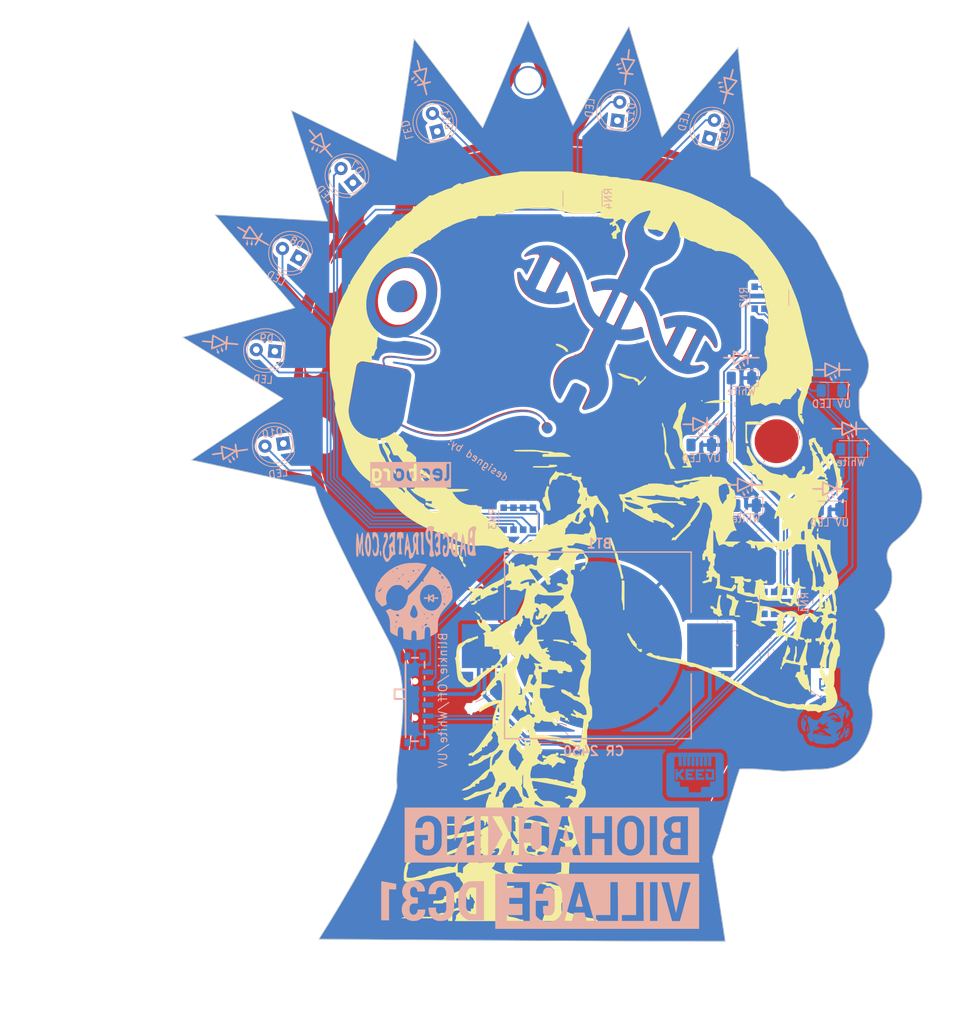
<source format=kicad_pcb>
(kicad_pcb (version 20221018) (generator pcbnew)
  (layers (0 "F.Cu" signal) (31 "B.Cu" signal) (34 "B.Paste" user) (35 "F.Paste" user) (36 "B.SilkS" user "B.Silkscreen") (37 "F.SilkS" user "F.Silkscreen") (38 "B.Mask" user) (39 "F.Mask" user) (44 "Edge.Cuts" user))
  (net 0 "")
  (net 1 "+3.3V")
  (net 2 "GND")
  (net 3 "Net-(D1-A)")
  (net 4 "Net-(D2-A)")
  (net 5 "Net-(D3-A)")
  (net 6 "Net-(D4-A)")
  (net 7 "Net-(D5-A)")
  (net 8 "Net-(D6-A)")
  (net 14 "Net-(D7-A)")
  (net 16 "Net-(D8-A)")
  (net 18 "Net-(D9-A)")
  (net 20 "Net-(D10-A)")
  (net 22 "Net-(D11-A)")
  (net 24 "Net-(D12-A)")
  (net 26 "Net-(D13-A)")
  (net 29 "WHITE")
  (net 30 "UV")
  (net 31 "BLINKIE")
  (footprint "BadgePiratesLogos:LED_Schematic_B.SLK" (layer "F.Cu") (at 170.275 88.25 180)
    (fp_text reference "G***" hide)
    (fp_text value "LOGO" hide)
  )
  (footprint "BadgePiratesLogos:LED_Schematic_B.SLK" (layer "F.Cu") (at 172.6 96.3 180)
    (fp_text reference "G***" hide)
    (fp_text value "LOGO" hide)
  )
  (footprint "LOGO" (layer "F.Cu") (at 109.382 92.855)
    (fp_text reference "G***" hide)
    (fp_text value "LOGO" hide)
  )
  (footprint "LOGO" (layer "F.Cu") (at 109.382 92.855)
    (fp_text reference "G***" hide)
    (fp_text value "LOGO" hide)
  )
  (footprint "BadgePiratesLogos:LED_Schematic_B.SLK" (layer "F.Cu") (at 87.95 99.475 -172)
    (fp_text reference "G***" hide)
    (fp_text value "LOGO" hide)
  )
  (footprint "BadgePiratesLogos:LED_Schematic_B.SLK" (layer "F.Cu") (at 100.075 57.2 130)
    (fp_text reference "G***" hide)
    (fp_text value "LOGO" hide)
  )
  (footprint "LOGO" (layer "F.Cu") (at 109.382 92.855)
    (fp_text reference "G***" hide)
    (fp_text value "LOGO" hide)
  )
  (footprint "BadgePiratesLogos:FG_B.Cu" (layer "F.Cu") (at 169.325 135.6)
    (fp_text reference "G***" hide)
    (fp_text value "fg")
  )
  (footprint "BadgePiratesLogos:LED_Schematic_B.SLK" (layer "F.Cu") (at 152.225 95.7 180)
    (fp_text reference "G***" hide)
    (fp_text value "LOGO" hide)
  )
  (footprint "BadgePiratesLogos:LED_Schematic_B.SLK" (layer "F.Cu") (at 169.95 104.525 180)
    (fp_text reference "G***" hide)
    (fp_text value "LOGO" hide)
  )
  (footprint "BadgePiratesLogos:LED_Schematic_B.SLK" (layer "F.Cu") (at 141.875 46.525 83)
    (fp_text reference "G***" hide)
    (fp_text value "LOGO" hide)
  )
  (footprint "BadgePiratesLogos:NG_B.Cu" (layer "F.Cu") (at 151.375 143.1)
    (fp_text reference "G***" hide)
    (fp_text value "NG_BSilk_B.Cu" hide)
  )
  (footprint "BadgePiratesLogos:BPSkull_Distressed_B.SILK" (layer "F.Cu") (at 113.075 119.6)
    (fp_text reference "G***" hide)
    (fp_text value "BP Logo" hide)
  )
  (footprint "BadgePiratesLogos:BadgePiratesURL_B.SLK" (layer "F.Cu") (at 113.375 112.45)
    (fp_text reference "G***" hide)
    (fp_text value "LOGO" hide)
  )
  (footprint "BadgePiratesLogos:LED_Schematic_B.SLK" (layer "F.Cu") (at 86.525 84.55 175)
    (fp_text reference "G***" hide)
    (fp_text value "LOGO" hide)
  )
  (footprint "LOGO" (layer "F.Cu") (at 109.382 92.855)
    (fp_text reference "G***" hide)
    (fp_text value "LOGO" hide)
  )
  (footprint "BadgePirates:Hole_3.5mm" (layer "F.Cu") (at 128.675 48.45)
    (fp_text reference "REF**" hide)
    (fp_text value "3.5mm")
  )
  (footprint "LOGO" (layer "F.Cu") (at 109.382 92.855)
    (fp_text reference "G***" hide)
    (fp_text value "LOGO" hide)
  )
  (footprint "LOGO" (layer "F.Cu") (at 109.382 92.855)
    (fp_text reference "G***" hide)
    (fp_text value "LOGO" hide)
  )
  (footprint "BadgePiratesLogos:LED_Schematic_B.SLK" (layer "F.Cu") (at 158.325 103.975 180)
    (fp_text reference "G***" hide)
    (fp_text value "LOGO" hide)
  )
  (footprint "BadgePiratesLogos:LED_Schematic_B.SLK" (layer "F.Cu") (at 113.875 48.075 105)
    (fp_text reference "G***" hide)
    (fp_text value "LOGO" hide)
  )
  (footprint "LOGO" (layer "F.Cu") (at 109.382 92.855)
    (fp_text reference "G***" hide)
    (fp_text value "LOGO" hide)
  )
  (footprint "BadgePiratesLogos:LED_Schematic_B.SLK" (layer "F.Cu") (at 90.9 69.925 150)
    (fp_text reference "G***" hide)
    (fp_text value "LOGO" hide)
  )
  (footprint "BadgePiratesLogos:LED_Schematic_B.SLK" (layer "F.Cu") (at 155.75 49.15 75)
    (fp_text reference "G***" hide)
    (fp_text value "LOGO" hide)
  )
  (footprint "BadgePiratesLogos:LED_Schematic_B.SLK" (layer "F.Cu") (at 157.775 86.6 180)
    (fp_text reference "G***" hide)
    (fp_text value "LOGO" hide)
  )
  (footprint "BadgePirates:BATHLD006SMT - CR2450" (layer "B.Cu") (at 138.2 125.6 180)
    (fp_text reference "BT1")
    (fp_text value "CR 2450")
  )
  (footprint "LED_SMD:LED_1206_3216Metric" (layer "B.Cu") (at 157.825 89.075 180)
    (fp_text reference "D5" hide)
    (fp_text value "White")
  )
  (footprint "BadgePirates:SP4T - CUS-14TB" (layer "B.Cu") (at 113.5635 133 90)
    (fp_text reference "Blinkie/Off/White/UV")
    (fp_text value "SW-SP4T" hide)
  )
  (footprint "Resistor_SMD:R_Array_Convex_4x1206" (layer "B.Cu") (at 161.625 78.1 -90)
    (fp_text reference "RN2")
    (fp_text value "1k_Array")
  )
  (footprint "BadgePirates:LED_D5.0mm" (layer "B.Cu") (at 97.3 72.65 150)
    (fp_text reference "D8")
    (fp_text value "LED")
  )
  (footprint "Fiducial:Fiducial_1mm_Mask2mm" (layer "B.Cu") (at 179.625 104.875 180)
    (fp_text reference "REF**" hide)
    (fp_text value "Fiducial_1mm_Mask2mm")
  )
  (footprint "BadgePirates:LED_D5.0mm" (layer "B.Cu") (at 153.45 56.3 75)
    (fp_text reference "D13")
    (fp_text value "LED")
  )
  (footprint "Fiducial:Fiducial_1mm_Mask2mm" (layer "B.Cu") (at 103.775 163.85 180)
    (fp_text reference "REF**" hide)
    (fp_text value "Fiducial_1mm_Mask2mm")
  )
  (footprint "LED_SMD:LED_1206_3216Metric" (layer "B.Cu") (at 158.45 106.5 180)
    (fp_text reference "D4" hide)
    (fp_text value "White")
  )
  (footprint "Resistor_SMD:R_Array_Convex_4x1206" (layer "B.Cu") (at 127.325 108.3 -90)
    (fp_text reference "RN3")
    (fp_text value "1k_Array")
  )
  (footprint "BadgePirates:LED_D5.0mm" (layer "B.Cu") (at 94.05 85.425 175)
    (fp_text reference "D9")
    (fp_text value "LED")
  )
  (footprint "LED_SMD:LED_1206_3216Metric" (layer "B.Cu") (at 169.85 107.025 180)
    (fp_text reference "D3" hide)
    (fp_text value "UV LED")
  )
  (footprint "BadgePirates:LED_D5.0mm" (layer "B.Cu") (at 95.225 98.025 -172)
    (fp_text reference "D10")
    (fp_text value "LED")
  )
  (footprint "Resistor_SMD:R_Array_Convex_4x1206" (layer "B.Cu") (at 162.95 119.8 90)
    (fp_text reference "RN1")
    (fp_text value "1k_Array")
  )
  (footprint "LED_SMD:LED_1206_3216Metric" (layer "B.Cu") (at 152.325 98.225 180)
    (fp_text reference "D1" hide)
    (fp_text value "UV LED")
  )
  (footprint "LED_SMD:LED_1206_3216Metric" (layer "B.Cu") (at 170.125 90.8 180)
    (fp_text reference "D2" hide)
    (fp_text value "UV LED")
  )
  (footprint "BadgePirates:LED_D5.0mm" (layer "B.Cu") (at 140.875 53.9 83)
    (fp_text reference "D12")
    (fp_text value "LED")
  )
  (footprint "BadgePirates:LED_D5.0mm" (layer "B.Cu") (at 104.725 62.4 130)
    (fp_text reference "D7")
    (fp_text value "LED")
  )
  (footprint "Resistor_SMD:R_Array_Convex_4x1206" (layer "B.Cu") (at 136.1 64.575 90)
    (fp_text reference "RN4")
    (fp_text value "1k_Array")
  )
  (footprint "Fiducial:Fiducial_1mm_Mask2mm" (layer "B.Cu") (at 111.275 60.8 180)
    (fp_text reference "REF**" hide)
    (fp_text value "Fiducial_1mm_Mask2mm")
  )
  (footprint "LED_SMD:LED_1206_3216Metric" (layer "B.Cu") (at 172.775 98.775 180)
    (fp_text reference "D6" hide)
    (fp_text value "White")
  )
  (footprint "BadgePirates:LED_D5.0mm" (layer "B.Cu") (at 116.25 55.375 105)
    (fp_text reference "D11")
    (fp_text value "LED")
  )
  (gr_line (start 175.441 136.956) (end 175.563 136.474) (stroke (width 0.1)) (layer "Edge.Cuts"))
  (gr_line (start 175.725 135.126) (end 175.721 134.707) (stroke (width 0.1)) (layer "Edge.Cuts"))
  (gr_line (start 96.2978 52.5043) (end 101.2611 67.6403) (stroke (width 0.1)) (layer "Edge.Cuts"))
  (gr_line (start 177.799 118.661) (end 177.965 118.312) (stroke (width 0.1)) (layer "Edge.Cuts"))
  (gr_line (start 181.909 102.856) (end 181.737 102.5412) (stroke (width 0.1)) (layer "Edge.Cuts"))
  (gr_line (start 169.43 142.482) (end 169.827 142.422) (stroke (width 0.1)) (layer "Edge.Cuts"))
  (gr_line (start 177.791 114.0476) (end 177.747 113.8116) (stroke (width 0.1)) (layer "Edge.Cuts"))
  (gr_line (start 159.285 142.496) (end 160.033 142.528) (stroke (width 0.1)) (layer "Edge.Cuts"))
  (gr_line (start 101.3559 108.6125) (end 101.9099 109.8165) (stroke (width 0.1)) (layer "Edge.Cuts"))
  (gr_line (start 175.213 132.068) (end 175.192 131.827) (stroke (width 0.1)) (layer "Edge.Cuts"))
  (gr_line (start 173.886 91.9631) (end 173.907 91.3089) (stroke (width 0.1)) (layer "Edge.Cuts"))
  (gr_line (start 171.273 76.6279) (end 170.753 75.5853) (stroke (width 0.1)) (layer "Edge.Cuts"))
  (gr_line (start 178.047 114.7868) (end 177.913 114.4641) (stroke (width 0.1)) (layer "Edge.Cuts"))
  (gr_line (start 162.776 64.0991) (end 162.506 63.8336) (stroke (width 0.1)) (layer "Edge.Cuts"))
  (gr_line (start 175.721 134.707) (end 175.693 134.302) (stroke (width 0.1)) (layer "Edge.Cuts"))
  (gr_line (start 110.8865 141.224) (end 110.7602 142.515) (stroke (width 0.1)) (layer "Edge.Cuts"))
  (gr_line (start 174.533 139.066) (end 174.829 138.511) (stroke (width 0.1)) (layer "Edge.Cuts"))
  (gr_line (start 110.7197 143.118) (end 110.6989 143.691) (stroke (width 0.1)) (layer "Edge.Cuts"))
  (gr_line (start 177.747 113.8116) (end 177.72 113.5612) (stroke (width 0.1)) (layer "Edge.Cuts"))
  (gr_line (start 177.965 118.312) (end 178.1 117.965) (stroke (width 0.1)) (layer "Edge.Cuts"))
  (gr_line (start 101.8893 162.818) (end 101.4557 163.521) (stroke (width 0.1)) (layer "Edge.Cuts"))
  (gr_line (start 175.198 131.267) (end 175.228 130.949) (stroke (width 0.1)) (layer "Edge.Cuts"))
  (gr_line (start 176.436 120.372) (end 176.787 120.043) (stroke (width 0.1)) (layer "Edge.Cuts"))
  (gr_line (start 180.295 100.8371) (end 178.731 99.2914) (stroke (width 0.1)) (layer "Edge.Cuts"))
  (gr_line (start 176.961 121.964) (end 176.799 121.668) (stroke (width 0.1)) (layer "Edge.Cuts"))
  (gr_line (start 175.439 129.849) (end 175.553 129.435) (stroke (width 0.1)) (layer "Edge.Cuts"))
  (gr_line (start 168.072 70.2828) (end 167.882 69.9898) (stroke (width 0.1)) (layer "Edge.Cuts"))
  (gr_line (start 168.331 70.7911) (end 168.223 70.5511) (stroke (width 0.1)) (layer "Edge.Cuts"))
  (gr_line (start 174.004 139.911) (end 174.186 139.642) (stroke (width 0.1)) (layer "Edge.Cuts"))
  (gr_line (start 108.7965 150.345) (end 108.2942 151.385) (stroke (width 0.1)) (layer "Edge.Cuts"))
  (gr_line (start 169.936 74.0025) (end 168.96 72.1114) (stroke (width 0.1)) (layer "Edge.Cuts"))
  (gr_line (start 110.0066 125.732) (end 110.2108 126.177) (stroke (width 0.1)) (layer "Edge.Cuts"))
  (gr_line (start 110.1307 147.222) (end 109.8872 147.859) (stroke (width 0.1)) (layer "Edge.Cuts"))
  (gr_line (start 96.7481 79.4437) (end 96.7829 79.4823) (stroke (width 0.1)) (layer "Edge.Cuts"))
  (gr_line (start 134.779 54.5723) (end 128.6857 40.234) (stroke (width 0.1)) (layer "Edge.Cuts"))
  (gr_line (start 109.2257 149.414) (end 108.7965 150.345) (stroke (width 0.1)) (layer "Edge.Cuts"))
  (gr_line (start 178.745 111.396) (end 179.203 111.0274) (stroke (width 0.1)) (layer "Edge.Cuts"))
  (gr_line (start 103.1729 112.4474) (end 104.6134 115.3348) (stroke (width 0.1)) (layer "Edge.Cuts"))
  (gr_line (start 82.6542 100.2764) (end 99.5329 103.9529) (stroke (width 0.1)) (layer "Edge.Cuts"))
  (gr_line (start 173.602 83.0156) (end 173.134 81.8648) (stroke (width 0.1)) (layer "Edge.Cuts"))
  (gr_line (start 110.6989 143.691) (end 110.7011 144.234) (stroke (width 0.1)) (layer "Edge.Cuts"))
  (gr_line (start 111.0513 139.826) (end 110.8865 141.224) (stroke (width 0.1)) (layer "Edge.Cuts"))
  (gr_line (start 95.1836 91.8904) (end 82.6542 100.2764) (stroke (width 0.1)) (layer "Edge.Cuts"))
  (gr_line (start 174.475 89.9009) (end 174.634 89.6098) (stroke (width 0.1)) (layer "Edge.Cuts"))
  (gr_line (start 176.244 120.911) (end 176.046 120.705) (stroke (width 0.1)) (layer "Edge.Cuts"))
  (gr_line (start 176.799 121.668) (end 176.624 121.394) (stroke (width 0.1)) (layer "Edge.Cuts"))
  (gr_line (start 178.397 116.3666) (end 178.395 116.0906) (stroke (width 0.1)) (layer "Edge.Cuts"))
  (gr_line (start 182.283 106.8065) (end 182.384 106.4106) (stroke (width 0.1)) (layer "Edge.Cuts"))
  (gr_line (start 168.223 70.5511) (end 168.072 70.2828) (stroke (width 0.1)) (layer "Edge.Cuts"))
  (gr_line (start 176.046 120.705) (end 176.436 120.372) (stroke (width 0.1)) (layer "Edge.Cuts"))
  (gr_line (start 172.7 80.7171) (end 172.321 79.6492) (stroke (width 0.1)) (layer "Edge.Cuts"))
  (gr_line (start 177.097 119.705) (end 177.367 119.361) (stroke (width 0.1)) (layer "Edge.Cuts"))
  (gr_line (start 110.7228 127.535) (end 110.862 127.993) (stroke (width 0.1)) (layer "Edge.Cuts"))
  (gr_line (start 172.013 78.7377) (end 171.798 78.0591) (stroke (width 0.1)) (layer "Edge.Cuts"))
  (gr_line (start 174.306 90.1718) (end 174.475 89.9009) (stroke (width 0.1)) (layer "Edge.Cuts"))
  (gr_line (start 178.213 111.9223) (end 178.45 111.6544) (stroke (width 0.1)) (layer "Edge.Cuts"))
  (gr_line (start 176.261 127.543) (end 176.507 127.014) (stroke (width 0.1)) (layer "Edge.Cuts"))
  (gr_line (start 110.5683 127.079) (end 110.7228 127.535) (stroke (width 0.1)) (layer "Edge.Cuts"))
  (gr_line (start 111.2774 129.851) (end 111.4085 130.788) (stroke (width 0.1)) (layer "Edge.Cuts"))
  (gr_line (start 161.916 63.3184) (end 161.267 62.8252) (stroke (width 0.1)) (layer "Edge.Cuts"))
  (gr_line (start 85.864 66.7598) (end 96.7481 79.4437) (stroke (width 0.1)) (layer "Edge.Cuts"))
  (gr_line (start 175.108 88.27) (end 175.169 87.8977) (stroke (width 0.1)) (layer "Edge.Cuts"))
  (gr_line (start 178.731 99.2914) (end 176.934 97.4936) (stroke (width 0.1)) (layer "Edge.Cuts"))
  (gr_line (start 157.34 43.9179) (end 146.945 56.1568) (stroke (width 0.1)) (layer "Edge.Cuts"))
  (gr_line (start 180.295 100.8371) (end 180.295 100.8371) (stroke (width 0.1)) (layer "Edge.Cuts"))
  (gr_line (start 110.7296 144.745) (end 110.726 145.01) (stroke (width 0.1)) (layer "Edge.Cuts"))
  (gr_line (start 182.496 105.6142) (end 182.506 105.214) (stroke (width 0.1)) (layer "Edge.Cuts"))
  (gr_line (start 181.048 109.1433) (end 181.328 108.759) (stroke (width 0.1)) (layer "Edge.Cuts"))
  (gr_line (start 175.021 88.6286) (end 175.108 88.27) (stroke (width 0.1)) (layer "Edge.Cuts"))
  (gr_line (start 122.0945 165.907) (end 138.439 166.001) (stroke (width 0.1)) (layer "Edge.Cuts"))
  (gr_line (start 167.882 69.9898) (end 167.656 69.6754) (stroke (width 0.1)) (layer "Edge.Cuts"))
  (gr_line (start 175.495 133.169) (end 175.298 132.473) (stroke (width 0.1)) (layer "Edge.Cuts"))
  (gr_line (start 165.119 66.8078) (end 163.808 65.4988) (stroke (width 0.1)) (layer "Edge.Cuts"))
  (gr_line (start 128.6857 40.234) (end 122.4559 54.8811) (stroke (width 0.1)) (layer "Edge.Cuts"))
  (gr_line (start 174.137 94.4734) (end 174.043 94.1354) (stroke (width 0.1)) (layer "Edge.Cuts"))
  (gr_line (start 177.367 119.361) (end 177.601 119.012) (stroke (width 0.1)) (layer "Edge.Cuts"))
  (gr_line (start 181.991 107.5933) (end 182.152 107.2008) (stroke (width 0.1)) (layer "Edge.Cuts"))
  (gr_line (start 102.691 165.771) (end 122.0945 165.907) (stroke (width 0.1)) (layer "Edge.Cuts"))
  (gr_line (start 178.395 116.0906) (end 178.379 115.8349) (stroke (width 0.1)) (layer "Edge.Cuts"))
  (gr_line (start 146.945 56.1568) (end 142.445 41.03) (stroke (width 0.1)) (layer "Edge.Cuts"))
  (gr_line (start 177.72 113.5612) (end 177.717 113.2993) (stroke (width 0.1)) (layer "Edge.Cuts"))
  (gr_line (start 173.89 92.5917) (end 173.886 91.9631) (stroke (width 0.1)) (layer "Edge.Cuts"))
  (gr_line (start 182.481 104.7678) (end 182.42 104.3421) (stroke (width 0.1)) (layer "Edge.Cuts"))
  (gr_line (start 163.465 64.925) (end 163.257 64.6449) (stroke (width 0.1)) (layer "Edge.Cuts"))
  (gr_line (start 178.288 117.2919) (end 178.345 116.9697) (stroke (width 0.1)) (layer "Edge.Cuts"))
  (gr_line (start 111.251 138.133) (end 111.0513 139.826) (stroke (width 0.1)) (layer "Edge.Cuts"))
  (gr_line (start 180.295 100.8371) (end 180.295 100.8371) (stroke (width 0.1)) (layer "Edge.Cuts"))
  (gr_line (start 173.907 91.3089) (end 173.955 90.6477) (stroke (width 0.1)) (layer "Edge.Cuts"))
  (gr_line (start 100.8592 107.491) (end 101.3559 108.6125) (stroke (width 0.1)) (layer "Edge.Cuts"))
  (gr_line (start 174.327 84.5806) (end 174.085 84.0932) (stroke (width 0.1)) (layer "Edge.Cuts"))
  (gr_line (start 178.349 115.6019) (end 178.309 115.3941) (stroke (width 0.1)) (layer "Edge.Cuts"))
  (gr_line (start 174.684 95.1719) (end 174.252 94.6918) (stroke (width 0.1)) (layer "Edge.Cuts"))
  (gr_line (start 175.577 133.534) (end 175.495 133.169) (stroke (width 0.1)) (layer "Edge.Cuts"))
  (gr_line (start 171.148 142.063) (end 171.611 141.871) (stroke (width 0.1)) (layer "Edge.Cuts"))
  (gr_line (start 174.91 88.9724) (end 175.021 88.6286) (stroke (width 0.1)) (layer "Edge.Cuts"))
  (gr_line (start 182.384 106.4106) (end 182.455 106.0131) (stroke (width 0.1)) (layer "Edge.Cuts"))
  (gr_line (start 105.4056 156.824) (end 104.5412 158.345) (stroke (width 0.1)) (layer "Edge.Cuts"))
  (gr_line (start 176.437 121.141) (end 176.244 120.911) (stroke (width 0.1)) (layer "Edge.Cuts"))
  (gr_line (start 111.495 131.727) (end 111.5417 132.666) (stroke (width 0.1)) (layer "Edge.Cuts"))
  (gr_line (start 179.203 111.0274) (end 179.631 110.6559) (stroke (width 0.1)) (layer "Edge.Cuts"))
  (gr_line (start 174.78 89.2999) (end 174.91 88.9724) (stroke (width 0.1)) (layer "Edge.Cuts"))
  (gr_line (start 176.787 120.043) (end 177.097 119.705) (stroke (width 0.1)) (layer "Edge.Cuts"))
  (gr_line (start 173.969 93.6966) (end 173.918 93.1758) (stroke (width 0.1)) (layer "Edge.Cuts"))
  (gr_line (start 181.369 101.9832) (end 181.182 101.741) (stroke (width 0.1)) (layer "Edge.Cuts"))
  (gr_line (start 175.198 87.1175) (end 175.158 86.7123) (stroke (width 0.1)) (layer "Edge.Cuts"))
  (gr_line (start 154.527 152.398) (end 155.573 148.938) (stroke (width 0.1)) (layer "Edge.Cuts"))
  (gr_line (start 174.829 138.511) (end 175.077 137.974) (stroke (width 0.1)) (layer "Edge.Cuts"))
  (gr_line (start 175.158 86.7123) (end 175.079 86.2987) (stroke (width 0.1)) (layer "Edge.Cuts"))
  (gr_line (start 175.553 129.435) (end 175.692 128.996) (stroke (width 0.1)) (layer "Edge.Cuts"))
  (gr_line (start 163.649 65.2097) (end 163.465 64.925) (stroke (width 0.1)) (layer "Edge.Cuts"))
  (gr_line (start 173.134 81.8648) (end 172.7 80.7171) (stroke (width 0.1)) (layer "Edge.Cuts"))
  (gr_line (start 81.441 83.4952) (end 95.1836 91.8904) (stroke (width 0.1)) (layer "Edge.Cuts"))
  (gr_line (start 155.573 148.938) (end 156.65 145.375) (stroke (width 0.1)) (layer "Edge.Cuts"))
  (gr_line (start 165.815 67.535) (end 165.119 66.8078) (stroke (width 0.1)) (layer "Edge.Cuts"))
  (gr_line (start 172.98 141.012) (end 173.409 140.618) (stroke (width 0.1)) (layer "Edge.Cuts"))
  (gr_line (start 158.028 142.491) (end 158.609 142.483) (stroke (width 0.1)) (layer "Edge.Cuts"))
  (gr_line (start 163.257 64.6449) (end 163.027 64.3696) (stroke (width 0.1)) (layer "Edge.Cuts"))
  (gr_line (start 110.3237 146.672) (end 110.1307 147.222) (stroke (width 0.1)) (layer "Edge.Cuts"))
  (gr_line (start 110.5802 145.807) (end 110.4716 146.202) (stroke (width 0.1)) (layer "Edge.Cuts"))
  (gr_line (start 111.4247 136.36) (end 111.251 138.133) (stroke (width 0.1)) (layer "Edge.Cuts"))
  (gr_line (start 168.96 72.1114) (end 168.566 71.3161) (stroke (width 0.1)) (layer "Edge.Cuts"))
  (gr_line (start 179.631 110.6559) (end 180.029 110.2817) (stroke (width 0.1)) (layer "Edge.Cuts"))
  (gr_line (start 163.416 142.819) (end 168.061 142.539) (stroke (width 0.1)) (layer "Edge.Cuts"))
  (gr_line (start 110.3978 126.626) (end 110.5683 127.079) (stroke (width 0.1)) (layer "Edge.Cuts"))
  (gr_line (start 182.152 107.2008) (end 182.283 106.8065) (stroke (width 0.1)) (layer "Edge.Cuts"))
  (gr_line (start 175.702 135.559) (end 175.725 135.126) (stroke (width 0.1)) (layer "Edge.Cuts"))
  (gr_line (start 160.575 62.3551) (end 159.851 61.9095) (stroke (width 0.1)) (layer "Edge.Cuts"))
  (gr_line (start 177.797 112.7529) (end 177.891 112.4745) (stroke (width 0.1)) (layer "Edge.Cuts"))
  (gr_line (start 110.4716 146.202) (end 110.3237 146.672) (stroke (width 0.1)) (layer "Edge.Cuts"))
  (gr_line (start 177.74 113.0288) (end 177.797 112.7529) (stroke (width 0.1)) (layer "Edge.Cuts"))
  (gr_line (start 167.119 68.9965) (end 166.493 68.2738) (stroke (width 0.1)) (layer "Edge.Cuts"))
  (gr_line (start 177.325 122.975) (end 177.227 122.618) (stroke (width 0.1)) (layer "Edge.Cuts"))
  (gr_line (start 174.634 89.6098) (end 174.78 89.2999) (stroke (width 0.1)) (layer "Edge.Cuts"))
  (gr_line (start 152.538 166.043) (end 155.614 166.043) (stroke (width 0.1)) (layer "Edge.Cuts"))
  (gr_line (start 107.8887 121.683) (end 109.6542 125.045) (stroke (width 0.1)) (layer "Edge.Cuts"))
  (gr_line (start 138.439 166.001) (end 146.082 166.031) (stroke (width 0.1)) (layer "Edge.Cuts"))
  (gr_line (start 111.4085 130.788) (end 111.495 131.727) (stroke (width 0.1)) (layer "Edge.Cuts"))
  (gr_line (start 176.044 128.05) (end 176.261 127.543) (stroke (width 0.1)) (layer "Edge.Cuts"))
  (gr_line (start 175.692 128.996) (end 175.855 128.535) (stroke (width 0.1)) (layer "Edge.Cuts"))
  (gr_line (start 155.614 166.043) (end 153.851 154.488) (stroke (width 0.1)) (layer "Edge.Cuts"))
  (gr_line (start 175.644 133.912) (end 175.577 133.534) (stroke (width 0.1)) (layer "Edge.Cuts"))
  (gr_line (start 182.506 105.214) (end 182.481 104.7678) (stroke (width 0.1)) (layer "Edge.Cuts"))
  (gr_line (start 163.808 65.4988) (end 163.649 65.2097) (stroke (width 0.1)) (layer "Edge.Cuts"))
  (gr_line (start 99.5329 103.9529) (end 99.7568 104.683) (stroke (width 0.1)) (layer "Edge.Cuts"))
  (gr_line (start 177.394 124.586) (end 177.432 124.157) (stroke (width 0.1)) (layer "Edge.Cuts"))
  (gr_line (start 182.42 104.3421) (end 182.328 103.9376) (stroke (width 0.1)) (layer "Edge.Cuts"))
  (gr_line (start 180.824 101.3331) (end 180.517 101.0304) (stroke (width 0.1)) (layer "Edge.Cuts"))
  (gr_line (start 109.5874 148.587) (end 109.2257 149.414) (stroke (width 0.1)) (layer "Edge.Cuts"))
  (gr_line (start 171.645 77.5057) (end 171.564 77.2798) (stroke (width 0.1)) (layer "Edge.Cuts"))
  (gr_line (start 175.28 137.456) (end 175.441 136.956) (stroke (width 0.1)) (layer "Edge.Cuts"))
  (gr_line (start 175.693 134.302) (end 175.644 133.912) (stroke (width 0.1)) (layer "Edge.Cuts"))
  (gr_line (start 110.7011 144.234) (end 110.7296 144.745) (stroke (width 0.1)) (layer "Edge.Cuts"))
  (gr_line (start 167.656 69.6754) (end 167.119 68.9965) (stroke (width 0.1)) (layer "Edge.Cuts"))
  (gr_line (start 182.209 103.5548) (end 182.068 103.1941) (stroke (width 0.1)) (layer "Edge.Cuts"))
  (gr_line (start 175.187 131.559) (end 175.198 131.267) (stroke (width 0.1)) (layer "Edge.Cuts"))
  (gr_line (start 178.45 111.6544) (end 178.745 111.396) (stroke (width 0.1)) (layer "Edge.Cuts"))
  (gr_line (start 176.624 121.394) (end 176.437 121.141) (stroke (width 0.1)) (layer "Edge.Cuts"))
  (gr_line (start 104.6134 115.3348) (end 106.1968 118.43) (stroke (width 0.1)) (layer "Edge.Cuts"))
  (gr_line (start 106.2921 155.223) (end 105.4056 156.824) (stroke (width 0.1)) (layer "Edge.Cuts"))
  (gr_line (start 100.0553 105.5201) (end 100.4243 106.4582) (stroke (width 0.1)) (layer "Edge.Cuts"))
  (gr_line (start 96.7829 79.4823) (end 81.441 83.4952) (stroke (width 0.1)) (layer "Edge.Cuts"))
  (gr_line (start 176.782 126.462) (end 177.011 125.97) (stroke (width 0.1)) (layer "Edge.Cuts"))
  (gr_line (start 110.726 145.01) (end 110.7017 145.217) (stroke (width 0.1)) (layer "Edge.Cuts"))
  (gr_line (start 170.249 142.334) (end 170.692 142.216) (stroke (width 0.1)) (layer "Edge.Cuts"))
  (gr_line (start 175.077 137.974) (end 175.28 137.456) (stroke (width 0.1)) (layer "Edge.Cuts"))
  (gr_line (start 181.8 107.9839) (end 181.991 107.5933) (stroke (width 0.1)) (layer "Edge.Cuts"))
  (gr_line (start 182.068 103.1941) (end 181.909 102.856) (stroke (width 0.1)) (layer "Edge.Cuts"))
  (gr_line (start 110.7017 145.217) (end 110.655 145.48) (stroke (width 0.1)) (layer "Edge.Cuts"))
  (gr_line (start 101.2611 67.6403) (end 85.864 66.7598) (stroke (width 0.1)) (layer "Edge.Cuts"))
  (gr_line (start 171.694 77.69) (end 171.645 77.5057) (stroke (width 0.1)) (layer "Edge.Cuts"))
  (gr_line (start 174.252 94.6918) (end 174.192 94.5988) (stroke (width 0.1)) (layer "Edge.Cuts"))
  (gr_line (start 173.409 140.618) (end 173.614 140.399) (stroke (width 0.1)) (layer "Edge.Cuts"))
  (gr_line (start 178.151 114.9916) (end 178.047 114.7868) (stroke (width 0.1)) (layer "Edge.Cuts"))
  (gr_line (start 99.7568 104.683) (end 100.0553 105.5201) (stroke (width 0.1)) (layer "Edge.Cuts"))
  (gr_line (start 170.753 75.5853) (end 169.936 74.0025) (stroke (width 0.1)) (layer "Edge.Cuts"))
  (gr_line (start 173.918 93.1758) (end 173.89 92.5917) (stroke (width 0.1)) (layer "Edge.Cuts"))
  (gr_line (start 110.5956 59.4124) (end 96.2978 52.5043) (stroke (width 0.1)) (layer "Edge.Cuts"))
  (gr_line (start 111.5417 132.666) (end 111.5532 133.601) (stroke (width 0.1)) (layer "Edge.Cuts"))
  (gr_line (start 160.033 142.528) (end 161.655 142.64) (stroke (width 0.1)) (layer "Edge.Cuts"))
  (gr_line (start 102.9957 160.984) (end 101.8893 162.818) (stroke (width 0.1)) (layer "Edge.Cuts"))
  (gr_line (start 174.132 90.4211) (end 174.306 90.1718) (stroke (width 0.1)) (layer "Edge.Cuts"))
  (gr_line (start 111.5532 133.601) (end 111.5343 134.531) (stroke (width 0.1)) (layer "Edge.Cuts"))
  (gr_line (start 178.345 116.9697) (end 178.381 116.6604) (stroke (width 0.1)) (layer "Edge.Cuts"))
  (gr_line (start 178.309 115.3941) (end 178.265 115.1864) (stroke (width 0.1)) (layer "Edge.Cuts"))
  (gr_line (start 177.432 124.157) (end 177.431 123.745) (stroke (width 0.1)) (layer "Edge.Cuts"))
  (gr_line (start 110.655 145.48) (end 110.5802 145.807) (stroke (width 0.1)) (layer "Edge.Cuts"))
  (gr_line (start 153.851 154.488) (end 154.143 153.619) (stroke (width 0.1)) (layer "Edge.Cuts"))
  (gr_line (start 159.107 61.4896) (end 157.34 43.9179) (stroke (width 0.1)) (layer "Edge.Cuts"))
  (gr_line (start 108.2942 151.385) (end 107.7131 152.541) (stroke (width 0.1)) (layer "Edge.Cuts"))
  (gr_line (start 122.4559 54.8811) (end 113.0809 42.7138) (stroke (width 0.1)) (layer "Edge.Cuts"))
  (gr_line (start 177.601 119.012) (end 177.799 118.661) (stroke (width 0.1)) (layer "Edge.Cuts"))
  (gr_line (start 110.862 127.993) (end 111.0968 128.918) (stroke (width 0.1)) (layer "Edge.Cuts"))
  (gr_line (start 111.5343 134.531) (end 111.4899 135.451) (stroke (width 0.1)) (layer "Edge.Cuts"))
  (gr_line (start 175.563 136.474) (end 175.649 136.009) (stroke (width 0.1)) (layer "Edge.Cuts"))
  (gr_line (start 100.4243 106.4582) (end 100.8592 107.491) (stroke (width 0.1)) (layer "Edge.Cuts"))
  (gr_line (start 175.169 87.8977) (end 175.2 87.5131) (stroke (width 0.1)) (layer "Edge.Cuts"))
  (gr_line (start 175.348 130.24) (end 175.439 129.849) (stroke (width 0.1)) (layer "Edge.Cuts"))
  (gr_line (start 111.4899 135.451) (end 111.4247 136.36) (stroke (width 0.1)) (layer "Edge.Cuts"))
  (gr_line (start 163.287 142.804) (end 163.416 142.819) (stroke (width 0.1)) (layer "Edge.Cuts"))
  (gr_line (start 170.692 142.216) (end 171.148 142.063) (stroke (width 0.1)) (layer "Edge.Cuts"))
  (gr_line (start 181.328 108.759) (end 181.579 108.3725) (stroke (width 0.1)) (layer "Edge.Cuts"))
  (gr_line (start 171.611 141.871) (end 172.075 141.634) (stroke (width 0.1)) (layer "Edge.Cuts"))
  (gr_line (start 174.565 85.0209) (end 174.327 84.5806) (stroke (width 0.1)) (layer "Edge.Cuts"))
  (gr_line (start 176.934 97.4936) (end 175.308 95.8312) (stroke (width 0.1)) (layer "Edge.Cuts"))
  (gr_line (start 171.564 77.2798) (end 171.273 76.6279) (stroke (width 0.1)) (layer "Edge.Cuts"))
  (gr_line (start 109.7848 125.291) (end 110.0066 125.732) (stroke (width 0.1)) (layer "Edge.Cuts"))
  (gr_line (start 169.066 142.521) (end 169.43 142.482) (stroke (width 0.1)) (layer "Edge.Cuts"))
  (gr_line (start 178.1 117.965) (end 178.207 117.6246) (stroke (width 0.1)) (layer "Edge.Cuts"))
  (gr_line (start 168.461 142.548) (end 169.066 142.521) (stroke (width 0.1)) (layer "Edge.Cuts"))
  (gr_line (start 109.8872 147.859) (end 109.5874 148.587) (stroke (width 0.1)) (layer "Edge.Cuts"))
  (gr_line (start 161.267 62.8252) (end 160.575 62.3551) (stroke (width 0.1)) (layer "Edge.Cuts"))
  (gr_line (start 101.9099 109.8165) (end 103.1729 112.4474) (stroke (width 0.1)) (layer "Edge.Cuts"))
  (gr_line (start 180.517 101.0304) (end 180.295 100.8371) (stroke (width 0.1)) (layer "Edge.Cuts"))
  (gr_line (start 174.786 85.4517) (end 174.565 85.0209) (stroke (width 0.1)) (layer "Edge.Cuts"))
  (gr_line (start 175.855 128.535) (end 176.044 128.05) (stroke (width 0.1)) (layer "Edge.Cuts"))
  (gr_line (start 180.738 109.5253) (end 181.048 109.1433) (stroke (width 0.1)) (layer "Edge.Cuts"))
  (gr_line (start 142.445 41.03) (end 134.779 54.5723) (stroke (width 0.1)) (layer "Edge.Cuts"))
  (gr_line (start 157.165 143.727) (end 157.566 142.521) (stroke (width 0.1)) (layer "Edge.Cuts"))
  (gr_line (start 154.143 153.619) (end 154.527 152.398) (stroke (width 0.1)) (layer "Edge.Cuts"))
  (gr_line (start 176.507 127.014) (end 176.782 126.462) (stroke (width 0.1)) (layer "Edge.Cuts"))
  (gr_line (start 107.7131 152.541) (end 107.0476 153.818) (stroke (width 0.1)) (layer "Edge.Cuts"))
  (gr_line (start 177.431 123.745) (end 177.394 123.35) (stroke (width 0.1)) (layer "Edge.Cuts"))
  (gr_line (start 178.265 115.1864) (end 178.151 114.9916) (stroke (width 0.1)) (layer "Edge.Cuts"))
  (gr_line (start 159.851 61.9095) (end 159.107 61.4896) (stroke (width 0.1)) (layer "Edge.Cuts"))
  (gr_line (start 181.579 108.3725) (end 181.8 107.9839) (stroke (width 0.1)) (layer "Edge.Cuts"))
  (gr_line (start 109.6542 125.045) (end 109.7848 125.291) (stroke (width 0.1)) (layer "Edge.Cuts"))
  (gr_line (start 166.493 68.2738) (end 165.815 67.535) (stroke (width 0.1)) (layer "Edge.Cuts"))
  (gr_line (start 175.2 87.5131) (end 175.198 87.1175) (stroke (width 0.1)) (layer "Edge.Cuts"))
  (gr_line (start 158.609 142.483) (end 159.285 142.496) (stroke (width 0.1)) (layer "Edge.Cuts"))
  (gr_line (start 161.655 142.64) (end 163.287 142.804) (stroke (width 0.1)) (layer "Edge.Cuts"))
  (gr_line (start 162.506 63.8336) (end 161.916 63.3184) (stroke (width 0.1)) (layer "Edge.Cuts"))
  (gr_line (start 177.227 122.618) (end 177.105 122.281) (stroke (width 0.1)) (layer "Edge.Cuts"))
  (gr_line (start 181.555 102.25) (end 181.369 101.9832) (stroke (width 0.1)) (layer "Edge.Cuts"))
  (gr_line (start 175.079 86.2987) (end 174.956 85.878) (stroke (width 0.1)) (layer "Edge.Cuts"))
  (gr_line (start 171.798 78.0591) (end 171.694 77.69) (stroke (width 0.1)) (layer "Edge.Cuts"))
  (gr_line (start 177.188 125.493) (end 177.314 125.031) (stroke (width 0.1)) (layer "Edge.Cuts"))
  (gr_line (start 180.029 110.2817) (end 180.399 109.9048) (stroke (width 0.1)) (layer "Edge.Cuts"))
  (gr_line (start 101.4557 163.521) (end 100.0641 165.749) (stroke (width 0.1)) (layer "Edge.Cuts"))
  (gr_line (start 173.813 140.163) (end 174.004 139.911) (stroke (width 0.1)) (layer "Edge.Cuts"))
  (gr_line (start 177.891 112.4745) (end 178.028 112.1966) (stroke (width 0.1)) (layer "Edge.Cuts"))
  (gr_line (start 100.0641 165.749) (end 102.691 165.771) (stroke (width 0.1)) (layer "Edge.Cuts"))
  (gr_line (start 172.321 79.6492) (end 172.013 78.7377) (stroke (width 0.1)) (layer "Edge.Cuts"))
  (gr_line (start 177.314 125.031) (end 177.394 124.586) (stroke (width 0.1)) (layer "Edge.Cuts"))
  (gr_line (start 177.717 113.2993) (end 177.74 113.0288) (stroke (width 0.1)) (layer "Edge.Cuts"))
  (gr_line (start 178.379 115.8349) (end 178.349 115.6019) (stroke (width 0.1)) (layer "Edge.Cuts"))
  (gr_line (start 181.737 102.5412) (end 181.555 102.25) (stroke (width 0.1)) (layer "Edge.Cuts"))
  (gr_line (start 106.1968 118.43) (end 107.8887 121.683) (stroke (width 0.1)) (layer "Edge.Cuts"))
  (gr_line (start 181.182 101.741) (end 180.824 101.3331) (stroke (width 0.1)) (layer "Edge.Cuts"))
  (gr_line (start 113.0809 42.7138) (end 110.5956 59.4124) (stroke (width 0.1)) (layer "Edge.Cuts"))
  (gr_line (start 174.192 94.5988) (end 174.137 94.4734) (stroke (width 0.1)) (layer "Edge.Cuts"))
  (gr_line (start 178.028 112.1966) (end 178.213 111.9223) (stroke (width 0.1)) (layer "Edge.Cuts"))
  (gr_circle (center 162.625 97.75) (end 166.125 97.725) (stroke (width 0.15)) (fill none) (layer "Edge.Cuts"))
  (gr_line (start 182.328 103.9376) (end 182.209 103.5548) (stroke (width 0.1)) (layer "Edge.Cuts"))
  (gr_line (start 175.192 131.827) (end 175.187 131.559) (stroke (width 0.1)) (layer "Edge.Cuts"))
  (gr_line (start 172.534 141.349) (end 172.98 141.012) (stroke (width 0.1)) (layer "Edge.Cuts"))
  (gr_line (start 174.186 139.642) (end 174.533 139.066) (stroke (width 0.1)) (layer "Edge.Cuts"))
  (gr_line (start 173.955 90.6477) (end 174.132 90.4211) (stroke (width 0.1)) (layer "Edge.Cuts"))
  (gr_line (start 110.2108 126.177) (end 110.3978 126.626) (stroke (width 0.1)) (layer "Edge.Cuts"))
  (gr_line (start 178.207 117.6246) (end 178.288 117.2919) (stroke (width 0.1)) (layer "Edge.Cuts"))
  (gr_line (start 177.105 122.281) (end 176.961 121.964) (stroke (width 0.1)) (layer "Edge.Cuts"))
  (gr_line (start 157.566 142.521) (end 158.028 142.491) (stroke (width 0.1)) (layer "Edge.Cuts"))
  (gr_line (start 180.399 109.9048) (end 180.738 109.5253) (stroke (width 0.1)) (layer "Edge.Cuts"))
  (gr_line (start 168.566 71.3161) (end 168.331 70.7911) (stroke (width 0.1)) (layer "Edge.Cuts"))
  (gr_line (start 104.5412 158.345) (end 102.9957 160.984) (stroke (width 0.1)) (layer "Edge.Cuts"))
  (gr_line (start 110.7602 142.515) (end 110.7197 143.118) (stroke (width 0.1)) (layer "Edge.Cuts"))
  (gr_line (start 178.381 116.6604) (end 178.397 116.3666) (stroke (width 0.1)) (layer "Edge.Cuts"))
  (gr_line (start 146.082 166.031) (end 152.538 166.043) (stroke (width 0.1)) (layer "Edge.Cuts"))
  (gr_line (start 107.0476 153.818) (end 106.2921 155.223) (stroke (width 0.1)) (layer "Edge.Cuts"))
  (gr_line (start 156.65 145.375) (end 157.165 143.727) (stroke (width 0.1)) (layer "Edge.Cuts"))
  (gr_line (start 168.061 142.539) (end 168.461 142.548) (stroke (width 0.1)) (layer "Edge.Cuts"))
  (gr_line (start 175.249 132.284) (end 175.213 132.068) (stroke (width 0.1)) (layer "Edge.Cuts"))
  (gr_line (start 175.278 130.607) (end 175.348 130.24) (stroke (width 0.1)) (layer "Edge.Cuts"))
  (gr_line (start 175.298 132.473) (end 175.249 132.284) (stroke (width 0.1)) (layer "Edge.Cuts"))
  (gr_line (start 174.085 84.0932) (end 173.602 83.0156) (stroke (width 0.1)) (layer "Edge.Cuts"))
  (gr_line (start 177.394 123.35) (end 177.325 122.975) (stroke (width 0.1)) (layer "Edge.Cuts"))
  (gr_line (start 111.0968 128.918) (end 111.2774 129.851) (stroke (width 0.1)) (layer "Edge.Cuts"))
  (gr_line (start 177.913 114.4641) (end 177.791 114.0476) (stroke (width 0.1)) (layer "Edge.Cuts"))
  (gr_line (start 174.956 85.878) (end 174.786 85.4517) (stroke (width 0.1)) (layer "Edge.Cuts"))
  (gr_line (start 173.614 140.399) (end 173.813 140.163) (stroke (width 0.1)) (layer "Edge.Cuts"))
  (gr_line (start 175.308 95.8312) (end 174.684 95.1719) (stroke (width 0.1)) (layer "Edge.Cuts"))
  (gr_line (start 163.027 64.3696) (end 162.776 64.0991) (stroke (width 0.1)) (layer "Edge.Cuts"))
  (gr_line (start 174.043 94.1354) (end 173.969 93.6966) (stroke (width 0.1)) (layer "Edge.Cuts"))
  (gr_line (start 169.827 142.422) (end 170.249 142.334) (stroke (width 0.1)) (layer "Edge.Cuts"))
  (gr_line (start 175.228 130.949) (end 175.278 130.607) (stroke (width 0.1)) (layer "Edge.Cuts"))
  (gr_line (start 177.011 125.97) (end 177.188 125.493) (stroke (width 0.1)) (layer "Edge.Cuts"))
  (gr_line (start 172.075 141.634) (end 172.534 141.349) (stroke (width 0.1)) (layer "Edge.Cuts"))
  (gr_line (start 182.455 106.0131) (end 182.496 105.6142) (stroke (width 0.1)) (layer "Edge.Cuts"))
  (gr_line (start 175.649 136.009) (end 175.702 135.559) (stroke (width 0.1)) (layer "Edge.Cuts"))
  (gr_text "designed by:" (at 125.6 103.375 327) (layer "B.SilkS") (effects (font (size 1 1)) (justify left bottom mirror)))
  (gr_text "leeborg" (at 118.45 103.225) (layer "B.SilkS" knockout) (effects (font (size 2 2) (thickness 0.4) bold) (justify left bottom mirror)))
  (segment (start 128.375 138.15) (end 122.706 132.481) (width 0.5) (layer "B.Cu") (net 1))
  (segment (start 148.200432 138.15) (end 128.375 138.15) (width 0.5) (layer "B.Cu") (net 1))
  (segment (start 121.9119 125.7016) (end 122.706 125.7016) (width 0.25) (layer "B.Cu") (net 1))
  (segment (start 121.25 132.25) (end 121.9119 131.5881) (width 0.5) (layer "B.Cu") (net 1))
  (segment (start 153.5 132.850432) (end 148.200432 138.15) (width 0.5) (layer "B.Cu") (net 1))
  (segment (start 122.706 126.829076) (end 122.706 125.7016) (width 0.25) (layer "B.Cu") (net 1))
  (segment (start 114.9635 132.25) (end 115.3635 132.25) (width 0.25) (layer "B.Cu") (net 1))
  (segment (start 122.706 132.481) (end 122.706 126.829076) (width 0.5) (layer "B.Cu") (net 1))
  (segment (start 153.5 125.6) (end 153.5 132.850432) (width 0.5) (layer "B.Cu") (net 1))
  (segment (start 115.3635 132.25) (end 121.25 132.25) (width 0.5) (layer "B.Cu") (net 1))
  (segment (start 121.9119 131.5881) (end 121.9119 125.7016) (width 0.5) (layer "B.Cu") (net 1))
  (segment (start 156.15 86.05) (end 159.05 86.05) (width 0.25) (layer "F.Cu") (net 2))
  (segment (start 159.05 86.05) (end 159.075 86.025) (width 0.25) (layer "F.Cu") (net 2))
  (via (at 156.15 86.05) (size 0.8) (drill 0.4) (layers "F.Cu" "B.Cu") (net 2))
  (via (at 159.075 86.025) (size 0.8) (drill 0.4) (layers "F.Cu" "B.Cu") (net 2))
  (segment (start 162.285 78.9) (end 162.285 79.6) (width 0.25) (layer "B.Cu") (net 3))
  (segment (start 155.425 93.725) (end 155.425 88.225) (width 0.25) (layer "B.Cu") (net 3))
  (segment (start 158.4 85.25) (end 158.4 79.275) (width 0.25) (layer "B.Cu") (net 3))
  (segment (start 158.4 79.275) (end 158.85 78.825) (width 0.25) (layer "B.Cu") (net 3))
  (segment (start 162.21 78.825) (end 162.285 78.9) (width 0.25) (layer "B.Cu") (net 3))
  (segment (start 155.425 88.225) (end 158.4 85.25) (width 0.25) (layer "B.Cu") (net 3))
  (segment (start 158.85 78.825) (end 162.21 78.825) (width 0.25) (layer "B.Cu") (net 3))
  (segment (start 150.925 98.225) (end 155.425 93.725) (width 0.25) (layer "B.Cu") (net 3))
  (segment (start 163.95 87.388604) (end 163.95 82.725) (width 0.25) (layer "B.Cu") (net 4))
  (segment (start 160.965 79.74) (end 160.965 79.6) (width 0.25) (layer "B.Cu") (net 4))
  (segment (start 163.95 82.725) (end 160.965 79.74) (width 0.25) (layer "B.Cu") (net 4))
  (segment (start 167.361396 90.8) (end 163.95 87.388604) (width 0.25) (layer "B.Cu") (net 4))
  (segment (start 168.725 90.8) (end 167.361396 90.8) (width 0.25) (layer "B.Cu") (net 4))
  (segment (start 172.525 102.95) (end 172.525 96.6) (width 0.25) (layer "B.Cu") (net 5))
  (segment (start 163.5 87.575) (end 163.5 82.911396) (width 0.25) (layer "B.Cu") (net 5))
  (segment (start 163.5 82.911396) (end 160.963604 80.375) (width 0.25) (layer "B.Cu") (net 5))
  (segment (start 159.625 79.81) (end 159.625 79.6) (width 0.25) (layer "B.Cu") (net 5))
  (segment (start 168.45 107.025) (end 172.525 102.95) (width 0.25) (layer "B.Cu") (net 5))
  (segment (start 160.963604 80.375) (end 160.19 80.375) (width 0.25) (layer "B.Cu") (net 5))
  (segment (start 160.19 80.375) (end 159.625 79.81) (width 0.25) (layer "B.Cu") (net 5))
  (segment (start 172.525 96.6) (end 163.5 87.575) (width 0.25) (layer "B.Cu") (net 5))
  (segment (start 162.29 118.07) (end 163.16 117.2) (width 0.25) (layer "B.Cu") (net 6))
  (segment (start 163.16 112.61) (end 157.05 106.5) (width 0.25) (layer "B.Cu") (net 6))
  (segment (start 162.29 118.3) (end 162.29 118.07) (width 0.25) (layer "B.Cu") (net 6))
  (segment (start 163.16 117.2) (end 163.16 112.61) (width 0.25) (layer "B.Cu") (net 6))
  (segment (start 163.61 107.46) (end 156.425 100.275) (width 0.25) (layer "B.Cu") (net 7))
  (segment (start 156.425 100.275) (end 156.425 89.075) (width 0.25) (layer "B.Cu") (net 7))
  (segment (start 163.61 118.3) (end 163.61 107.46) (width 0.25) (layer "B.Cu") (net 7))
  (segment (start 164.06 106.09) (end 171.375 98.775) (width 0.25) (layer "B.Cu") (net 8))
  (segment (start 164.95 118.09) (end 164.06 117.2) (width 0.25) (layer "B.Cu") (net 8))
  (segment (start 164.95 118.3) (end 164.95 118.09) (width 0.25) (layer "B.Cu") (net 8))
  (segment (start 164.06 117.2) (end 164.06 106.09) (width 0.25) (layer "B.Cu") (net 8))
  (segment (start 107.472792 108.125) (end 102.125 102.777208) (width 0.25) (layer "B.Cu") (net 14))
  (segment (start 102.125 61.421566) (end 103.092319 60.454247) (width 0.25) (layer "B.Cu") (net 14))
  (segment (start 127.835 108.125) (end 107.472792 108.125) (width 0.25) (layer "B.Cu") (net 14))
  (segment (start 129.325 109.615) (end 127.835 108.125) (width 0.25) (layer "B.Cu") (net 14))
  (segment (start 102.125 102.777208) (end 102.125 61.421566) (width 0.25) (layer "B.Cu") (net 14))
  (segment (start 129.325 109.8) (end 129.325 109.615) (width 0.25) (layer "B.Cu") (net 14))
  (segment (start 101.675 102.963604) (end 101.675 81.875) (width 0.25) (layer "B.Cu") (net 16))
  (segment (start 127.985 109.57) (end 126.99 108.575) (width 0.25) (layer "B.Cu") (net 16))
  (segment (start 95.100295 75.300295) (end 95.100295 71.38) (width 0.25) (layer "B.Cu") (net 16))
  (segment (start 107.286396 108.575) (end 101.675 102.963604) (width 0.25) (layer "B.Cu") (net 16))
  (segment (start 101.675 81.875) (end 95.100295 75.300295) (width 0.25) (layer "B.Cu") (net 16))
  (segment (start 127.985 109.8) (end 127.985 109.57) (width 0.25) (layer "B.Cu") (net 16))
  (segment (start 126.99 108.575) (end 107.286396 108.575) (width 0.25) (layer "B.Cu") (net 16))
  (segment (start 94.641041 88.325) (end 91.519665 85.203624) (width 0.25) (layer "B.Cu") (net 18))
  (segment (start 101.225 103.15) (end 101.225 88.325) (width 0.25) (layer "B.Cu") (net 18))
  (segment (start 126.665 109.8) (end 126.665 109.1) (width 0.25) (layer "B.Cu") (net 18))
  (segment (start 101.225 88.325) (end 94.641041 88.325) (width 0.25) (layer "B.Cu") (net 18))
  (segment (start 126.665 109.1) (end 126.59 109.025) (width 0.25) (layer "B.Cu") (net 18))
  (segment (start 107.1 109.025) (end 101.225 103.15) (width 0.25) (layer "B.Cu") (net 18))
  (segment (start 126.59 109.025) (end 107.1 109.025) (width 0.25) (layer "B.Cu") (net 18))
  (segment (start 125.325 109.8) (end 125 109.475) (width 0.25) (layer "B.Cu") (net 20))
  (segment (start 125 109.475) (end 106.913604 109.475) (width 0.25) (layer "B.Cu") (net 20))
  (segment (start 96.031219 101.7) (end 92.709719 98.3785) (width 0.25) (layer "B.Cu") (net 20))
  (segment (start 99.138604 101.7) (end 96.031219 101.7) (width 0.25) (layer "B.Cu") (net 20))
  (segment (start 106.913604 109.475) (end 99.138604 101.7) (width 0.25) (layer "B.Cu") (net 20))
  (segment (start 115.994834 52.921548) (end 115.5926 52.921548) (width 0.25) (layer "B.Cu") (net 22))
  (segment (start 134.1 63.075) (end 126.148286 63.075) (width 0.25) (layer "B.Cu") (net 22))
  (segment (start 126.148286 63.075) (end 115.994834 52.921548) (width 0.25) (layer "B.Cu") (net 22))
  (segment (start 135.44 63.075) (end 135.44 55.850689) (width 0.25) (layer "B.Cu") (net 24))
  (segment (start 135.44 55.850689) (end 139.911756 51.378933) (width 0.25) (layer "B.Cu") (net 24))
  (segment (start 139.911756 51.378933) (end 141.184548 51.378933) (width 0.25) (layer "B.Cu") (net 24))
  (segment (start 137.325 63.85) (end 142.925 63.85) (width 0.25) (layer "B.Cu") (net 26))
  (segment (start 136.76 63.285) (end 137.325 63.85) (width 0.25) (layer "B.Cu") (net 26))
  (segment (start 142.925 63.85) (end 152.928452 53.846548) (width 0.25) (layer "B.Cu") (net 26))
  (segment (start 152.928452 53.846548) (end 154.1074 53.846548) (width 0.25) (layer "B.Cu") (net 26))
  (segment (start 136.76 63.075) (end 136.76 63.285) (width 0.25) (layer "B.Cu") (net 26))
  (segment (start 148.438604 138.725) (end 164.95 122.213604) (width 0.25) (layer "B.Cu") (net 29))
  (segment (start 164.95 121.3) (end 162.29 121.3) (width 0.25) (layer "B.Cu") (net 29))
  (segment (start 124.661828 135.25) (end 128.136828 138.725) (width 0.25) (layer "B.Cu") (net 29))
  (segment (start 128.136828 138.725) (end 148.438604 138.725) (width 0.25) (layer "B.Cu") (net 29))
  (segment (start 164.95 122.213604) (end 164.95 121.3) (width 0.25) (layer "B.Cu") (net 29))
  (segment (start 114.9635 135.25) (end 124.661828 135.25) (width 0.25) (layer "B.Cu") (net 29))
  (segment (start 114.9635 136.75) (end 116.227104 136.75) (width 0.25) (layer "B.Cu") (net 30))
  (segment (start 172.975 114.825) (end 172.975 96.413604) (width 0.25) (layer "B.Cu") (net 30))
  (segment (start 162.285 76.81) (end 162.285 76.6) (width 0.25) (layer "B.Cu") (net 30))
  (segment (start 124.475432 135.7) (end 127.950432 139.175) (width 0.25) (layer "B.Cu") (net 30))
  (segment (start 117.277104 135.7) (end 124.475432 135.7) (width 0.25) (layer "B.Cu") (net 30))
  (segment (start 166.797792 89.6) (end 164.4 87.202208) (width 0.25) (layer "B.Cu") (net 30))
  (segment (start 116.227104 136.75) (end 117.277104 135.7) (width 0.25) (layer "B.Cu") (net 30))
  (segment (start 169.338173 89.6) (end 166.797792 89.6) (width 0.25) (layer "B.Cu") (net 30))
  (segment (start 169.675 89.936827) (end 169.338173 89.6) (width 0.25) (layer "B.Cu") (net 30))
  (segment (start 127.950432 139.175) (end 148.625 139.175) (width 0.25) (layer "B.Cu") (net 30))
  (segment (start 159.625 76.6) (end 162.285 76.6) (width 0.25) (layer "B.Cu") (net 30))
  (segment (start 164.4 78.925) (end 162.285 76.81) (width 0.25) (layer "B.Cu") (net 30))
  (segment (start 148.625 139.175) (end 172.975 114.825) (width 0.25) (layer "B.Cu") (net 30))
  (segment (start 164.4 87.202208) (end 164.4 78.925) (width 0.25) (layer "B.Cu") (net 30))
  (segment (start 172.975 96.413604) (end 169.675 93.113604) (width 0.25) (layer "B.Cu") (net 30))
  (segment (start 169.675 93.113604) (end 169.675 89.936827) (width 0.25) (layer "B.Cu") (net 30))
  (segment (start 115.2135 130.75) (end 116.0385 129.925) (width 0.25) (layer "B.Cu") (net 31))
  (segment (start 130.15 107.625) (end 129.325 106.8) (width 0.25) (layer "B.Cu") (net 31))
  (segment (start 116.0385 123.2365) (end 128.7 110.575) (width 0.25) (layer "B.Cu") (net 31))
  (segment (start 129.325 106.8) (end 125.325 106.8) (width 0.25) (layer "B.Cu") (net 31))
  (segment (start 130.15 107.625) (end 107.609188 107.625) (width 0.25) (layer "B.Cu") (net 31))
  (segment (start 102.575 102.590811) (end 102.575 71.325) (width 0.25) (layer "B.Cu") (net 31))
  (segment (start 102.575 71.325) (end 107.825 66.075) (width 0.25) (layer "B.Cu") (net 31))
  (segment (start 130.1 110.575) (end 130.15 110.525) (width 0.25) (layer "B.Cu") (net 31))
  (segment (start 107.825 66.075) (end 134.1 66.075) (width 0.25) (layer "B.Cu") (net 31))
  (segment (start 116.0385 129.925) (end 116.0385 123.2365) (width 0.25) (layer "B.Cu") (net 31))
  (segment (start 134.1 66.075) (end 136.76 66.075) (width 0.25) (layer "B.Cu") (net 31))
  (segment (start 130.15 110.525) (end 130.15 107.625) (width 0.25) (layer "B.Cu") (net 31))
  (segment (start 114.9635 130.75) (end 115.2135 130.75) (width 0.25) (layer "B.Cu") (net 31))
  (segment (start 128.7 110.575) (end 130.1 110.575) (width 0.25) (layer "B.Cu") (net 31))
  (segment (start 107.609188 107.625) (end 102.575 102.590811) (width 0.25) (layer "B.Cu") (net 31))
  (zone (net 2) (net_name "GND") (layer "B.Cu") (connect_pads (clearance 0.5)) (min_thickness 0.25) (fill yes (thermal_gap 0.5) (thermal_bridge_width 0.5))
    (polygon (pts (xy 87.45 38.475) (xy 188.875 37.425) (xy 183.65 157.625) (xy 146.95 177.325) (xy 56.5 169.325)))
  )
)
</source>
